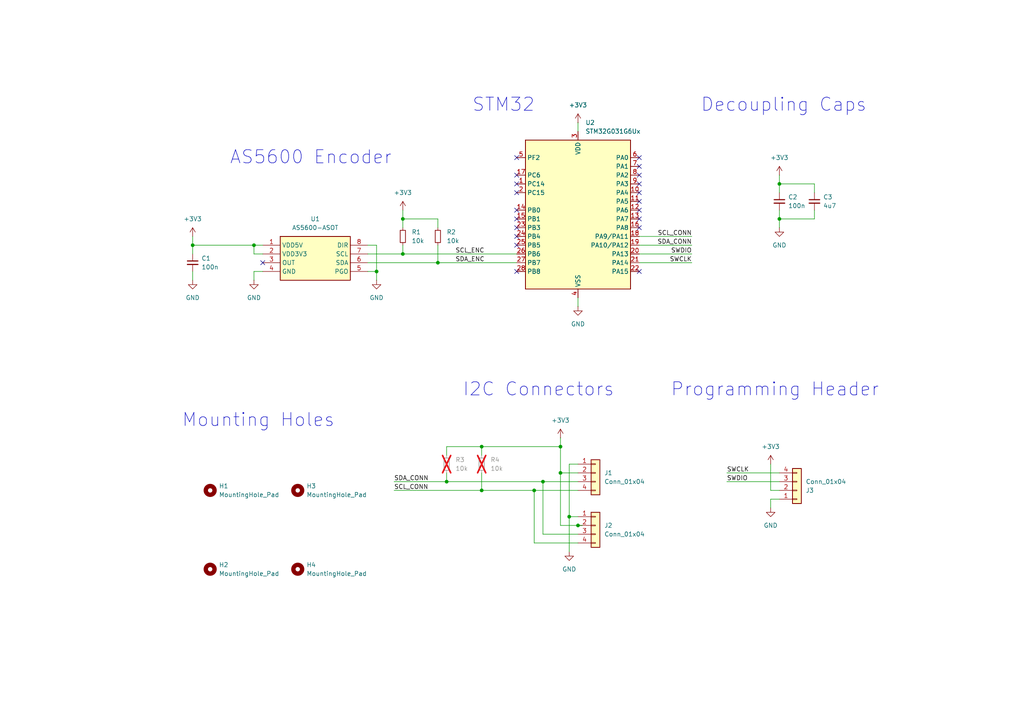
<source format=kicad_sch>
(kicad_sch (version 20250114) (generator "eeschema") (generator_version "9.0")
  (paper "A4")
  (lib_symbols
    (symbol "AS5600-ASOT:AS5600-ASOT"
      (property "Reference" "IC" (at 26.67 7.62 0))
      (property "Value" "AS5600-ASOT" (at 26.67 5.08 0))
      (symbol "AS5600-ASOT_1_1"
        (rectangle (start 5.08 2.54) (end 25.4 -10.16) (stroke (width 0.254)) (fill (type background)))
        (pin passive line (at 0 0 0) (length 5.08) (name "VDD5V") (number "1"))
        (pin passive line (at 0 -2.54 0) (length 5.08) (name "VDD3V3") (number "2"))
        (pin passive line (at 0 -5.08 0) (length 5.08) (name "OUT") (number "3"))
        (pin passive line (at 0 -7.62 0) (length 5.08) (name "GND") (number "4"))
        (pin passive line (at 30.48 0 180) (length 5.08) (name "DIR") (number "8"))
        (pin passive line (at 30.48 -2.54 180) (length 5.08) (name "SCL") (number "7"))
        (pin passive line (at 30.48 -5.08 180) (length 5.08) (name "SDA") (number "6"))
        (pin passive line (at 30.48 -7.62 180) (length 5.08) (name "PGO") (number "5"))
      )
    )
    (symbol "Connector_Generic:Conn_01x04" (pin_names (offset 1.016) (hide yes))
      (property "Reference" "J" (at 0 5.08 0))
      (property "Value" "Conn_01x04" (at 0 -7.62 0))
      (symbol "Conn_01x04_1_1"
        (rectangle (start -1.27 3.81) (end 1.27 -6.35) (stroke (width 0.254)) (fill (type background)))
        (rectangle (start -1.27 2.667) (end 0 2.413) (stroke (width 0.1524)))
        (rectangle (start -1.27 0.127) (end 0 -0.127) (stroke (width 0.1524)))
        (rectangle (start -1.27 -2.413) (end 0 -2.667) (stroke (width 0.1524)))
        (rectangle (start -1.27 -4.953) (end 0 -5.207) (stroke (width 0.1524)))
        (pin passive line (at -5.08 2.54 0) (length 3.81) (name "Pin_1") (number "1"))
        (pin passive line (at -5.08 0 0) (length 3.81) (name "Pin_2") (number "2"))
        (pin passive line (at -5.08 -2.54 0) (length 3.81) (name "Pin_3") (number "3"))
        (pin passive line (at -5.08 -5.08 0) (length 3.81) (name "Pin_4") (number "4"))
      )
    )
    (symbol "Device:C_Small" (pin_numbers (hide yes)) (pin_names (offset 0.254) (hide yes))
      (property "Reference" "C" (at 0.254 1.778 0))
      (property "Value" "C_Small" (at 0.254 -2.032 0))
      (symbol "C_Small_0_1"
        (polyline (pts (xy -1.524 0.508) (xy 1.524 0.508)) (stroke (width 0.3048)))
        (polyline (pts (xy -1.524 -0.508) (xy 1.524 -0.508)) (stroke (width 0.3302)))
      )
      (symbol "C_Small_1_1"
        (pin passive line (at 0 2.54 270) (length 2.032) (name "~") (number "1"))
        (pin passive line (at 0 -2.54 90) (length 2.032) (name "~") (number "2"))
      )
    )
    (symbol "Device:R_Small" (pin_numbers (hide yes)) (pin_names (offset 0.254) (hide yes))
      (property "Reference" "R" (at 0.762 0.508 0))
      (property "Value" "R_Small" (at 0.762 -1.016 0))
      (symbol "R_Small_0_1"
        (rectangle (start -0.762 1.778) (end 0.762 -1.778) (stroke (width 0.2032)))
      )
      (symbol "R_Small_1_1"
        (pin passive line (at 0 2.54 270) (length 0.762) (name "~") (number "1"))
        (pin passive line (at 0 -2.54 90) (length 0.762) (name "~") (number "2"))
      )
    )
    (symbol "MCU_ST_STM32G0:STM32G031G6Ux"
      (property "Reference" "U" (at -15.24 24.13 0))
      (property "Value" "STM32G031G6Ux" (at 2.54 24.13 0))
      (symbol "STM32G031G6Ux_0_1"
        (rectangle (start -15.24 -20.32) (end 15.24 22.86) (stroke (width 0.254)) (fill (type background)))
      )
      (symbol "STM32G031G6Ux_1_1"
        (pin bidirectional line (at -17.78 17.78 0) (length 2.54) (name "PF2") (number "5"))
        (pin bidirectional line (at -17.78 12.7 0) (length 2.54) (name "PC6") (number "17"))
        (pin bidirectional line (at -17.78 10.16 0) (length 2.54) (name "PC14") (number "1"))
        (pin bidirectional line (at -17.78 7.62 0) (length 2.54) (name "PC15") (number "2"))
        (pin bidirectional line (at -17.78 2.54 0) (length 2.54) (name "PB0") (number "14"))
        (pin bidirectional line (at -17.78 0 0) (length 2.54) (name "PB1") (number "15"))
        (pin bidirectional line (at -17.78 -2.54 0) (length 2.54) (name "PB3") (number "23"))
        (pin bidirectional line (at -17.78 -5.08 0) (length 2.54) (name "PB4") (number "24"))
        (pin bidirectional line (at -17.78 -7.62 0) (length 2.54) (name "PB5") (number "25"))
        (pin bidirectional line (at -17.78 -10.16 0) (length 2.54) (name "PB6") (number "26"))
        (pin bidirectional line (at -17.78 -12.7 0) (length 2.54) (name "PB7") (number "27"))
        (pin bidirectional line (at -17.78 -15.24 0) (length 2.54) (name "PB8") (number "28"))
        (pin power_in line (at 0 25.4 270) (length 2.54) (name "VDD") (number "3"))
        (pin power_in line (at 0 -22.86 90) (length 2.54) (name "VSS") (number "4"))
        (pin bidirectional line (at 17.78 17.78 180) (length 2.54) (name "PA0") (number "6"))
        (pin bidirectional line (at 17.78 15.24 180) (length 2.54) (name "PA1") (number "7"))
        (pin bidirectional line (at 17.78 12.7 180) (length 2.54) (name "PA2") (number "8"))
        (pin bidirectional line (at 17.78 10.16 180) (length 2.54) (name "PA3") (number "9"))
        (pin bidirectional line (at 17.78 7.62 180) (length 2.54) (name "PA4") (number "10"))
        (pin bidirectional line (at 17.78 5.08 180) (length 2.54) (name "PA5") (number "11"))
        (pin bidirectional line (at 17.78 2.54 180) (length 2.54) (name "PA6") (number "12"))
        (pin bidirectional line (at 17.78 0 180) (length 2.54) (name "PA7") (number "13"))
        (pin bidirectional line (at 17.78 -2.54 180) (length 2.54) (name "PA8") (number "16"))
        (pin bidirectional line (at 17.78 -5.08 180) (length 2.54) (name "PA9/PA11") (number "18"))
        (pin bidirectional line (at 17.78 -7.62 180) (length 2.54) (name "PA10/PA12") (number "19"))
        (pin bidirectional line (at 17.78 -10.16 180) (length 2.54) (name "PA13") (number "20"))
        (pin bidirectional line (at 17.78 -12.7 180) (length 2.54) (name "PA14") (number "21"))
        (pin bidirectional line (at 17.78 -15.24 180) (length 2.54) (name "PA15") (number "22"))
      )
    )
    (symbol "Mechanical:MountingHole" (pin_names (offset 1.016)) (exclude_from_sim yes) (in_bom no)
      (property "Reference" "H" (at 0 5.08 0))
      (property "Value" "MountingHole" (at 0 3.175 0))
      (symbol "MountingHole_0_1"
        (circle (center 0 0) (radius 1.27) (stroke (width 1.27)))
      )
    )
    (symbol "power:+3V3" (power) (pin_numbers (hide yes)) (pin_names (offset 0) (hide yes))
      (property "Value" "+3V3" (at 0 3.556 0))
      (symbol "+3V3_0_1"
        (polyline (pts (xy -0.762 1.27) (xy 0 2.54)))
        (polyline (pts (xy 0 2.54) (xy 0.762 1.27)))
        (polyline (pts (xy 0 0) (xy 0 2.54)))
      )
      (symbol "+3V3_1_1"
        (pin power_in line (at 0 0 90) (length 0) (name "~") (number "1"))
      )
    )
    (symbol "power:GND" (power) (pin_numbers (hide yes)) (pin_names (offset 0) (hide yes))
      (property "Value" "GND" (at 0 -3.81 0))
      (symbol "GND_0_1"
        (polyline (pts (xy 0 0) (xy 0 -1.27) (xy 1.27 -1.27) (xy 0 -2.54) (xy -1.27 -1.27) (xy 0 -1.27)))
      )
      (symbol "GND_1_1"
        (pin power_in line (at 0 0 270) (length 0) (name "~") (number "1"))
      )
    )
  )
  (text "Mounting Holes" (at 74.93 121.92 0) (effects (font (size 3.81 3.81))))
  (text "I2C Connectors" (at 156.21 113.03 0) (effects (font (size 3.81 3.81))))
  (text "STM32" (at 146.05 30.48 0) (effects (font (size 3.81 3.81))))
  (text "Programming Header" (at 224.79 113.03 0) (effects (font (size 3.81 3.81))))
  (text "Decoupling Caps" (at 227.33 30.48 0) (effects (font (size 3.81 3.81))))
  (text "AS5600 Encoder" (at 90.17 45.72 0) (effects (font (size 3.81 3.81))))
  (junction (at 116.84 73.66))
  (junction (at 139.7 142.24))
  (junction (at 116.84 63.5))
  (junction (at 127 76.2))
  (junction (at 167.64 152.4))
  (junction (at 73.66 71.12))
  (junction (at 162.56 137.16))
  (junction (at 139.7 129.54))
  (junction (at 55.88 71.12))
  (junction (at 157.48 139.7))
  (junction (at 226.06 63.5))
  (junction (at 109.22 78.74))
  (junction (at 129.54 139.7))
  (junction (at 162.56 129.54))
  (junction (at 154.94 142.24))
  (junction (at 165.1 149.86))
  (junction (at 226.06 53.34))
  (no_connect (at 149.86 45.72))
  (no_connect (at 149.86 66.04))
  (no_connect (at 185.42 78.74))
  (no_connect (at 185.42 60.96))
  (no_connect (at 185.42 48.26))
  (no_connect (at 149.86 78.74))
  (no_connect (at 149.86 71.12))
  (no_connect (at 149.86 53.34))
  (no_connect (at 185.42 55.88))
  (no_connect (at 149.86 55.88))
  (no_connect (at 185.42 45.72))
  (no_connect (at 185.42 66.04))
  (no_connect (at 185.42 63.5))
  (no_connect (at 149.86 68.58))
  (no_connect (at 76.2 76.2))
  (no_connect (at 185.42 58.42))
  (no_connect (at 185.42 50.8))
  (no_connect (at 149.86 50.8))
  (no_connect (at 149.86 63.5))
  (no_connect (at 185.42 53.34))
  (no_connect (at 149.86 60.96))
  (wire (pts (xy 139.7 129.54) (xy 129.54 129.54)))
  (wire (pts (xy 106.68 76.2) (xy 127 76.2)))
  (wire (pts (xy 236.22 53.34) (xy 226.06 53.34)))
  (wire (pts (xy 162.56 152.4) (xy 167.64 152.4)))
  (wire (pts (xy 129.54 139.7) (xy 157.48 139.7)))
  (wire (pts (xy 55.88 68.58) (xy 55.88 71.12)))
  (wire (pts (xy 127 76.2) (xy 149.86 76.2)))
  (wire (pts (xy 116.84 73.66) (xy 116.84 71.12)))
  (wire (pts (xy 167.64 154.94) (xy 157.48 154.94)))
  (wire (pts (xy 129.54 129.54) (xy 129.54 132.08)))
  (wire (pts (xy 165.1 134.62) (xy 167.64 134.62)))
  (wire (pts (xy 106.68 71.12) (xy 109.22 71.12)))
  (wire (pts (xy 165.1 149.86) (xy 167.64 149.86)))
  (wire (pts (xy 162.56 137.16) (xy 167.64 137.16)))
  (wire (pts (xy 165.1 160.02) (xy 165.1 149.86)))
  (wire (pts (xy 116.84 60.96) (xy 116.84 63.5)))
  (wire (pts (xy 55.88 71.12) (xy 73.66 71.12)))
  (wire (pts (xy 165.1 149.86) (xy 165.1 134.62)))
  (wire (pts (xy 127 71.12) (xy 127 76.2)))
  (wire (pts (xy 167.64 35.56) (xy 167.64 38.1)))
  (wire (pts (xy 106.68 73.66) (xy 116.84 73.66)))
  (wire (pts (xy 55.88 78.74) (xy 55.88 81.28)))
  (wire (pts (xy 76.2 78.74) (xy 73.66 78.74)))
  (wire (pts (xy 167.64 157.48) (xy 154.94 157.48)))
  (wire (pts (xy 236.22 55.88) (xy 236.22 53.34)))
  (wire (pts (xy 109.22 78.74) (xy 109.22 81.28)))
  (wire (pts (xy 226.06 66.04) (xy 226.06 63.5)))
  (wire (pts (xy 223.52 144.78) (xy 226.06 144.78)))
  (wire (pts (xy 236.22 63.5) (xy 226.06 63.5)))
  (wire (pts (xy 162.56 127) (xy 162.56 129.54)))
  (wire (pts (xy 185.42 73.66) (xy 200.66 73.66)))
  (wire (pts (xy 73.66 73.66) (xy 76.2 73.66)))
  (wire (pts (xy 55.88 73.66) (xy 55.88 71.12)))
  (wire (pts (xy 226.06 60.96) (xy 226.06 63.5)))
  (wire (pts (xy 226.06 137.16) (xy 210.82 137.16)))
  (wire (pts (xy 109.22 71.12) (xy 109.22 78.74)))
  (wire (pts (xy 167.64 152.4) (xy 168.91 152.4)))
  (wire (pts (xy 185.42 71.12) (xy 200.66 71.12)))
  (wire (pts (xy 139.7 132.08) (xy 139.7 129.54)))
  (wire (pts (xy 157.48 139.7) (xy 167.64 139.7)))
  (wire (pts (xy 76.2 71.12) (xy 73.66 71.12)))
  (wire (pts (xy 129.54 139.7) (xy 129.54 137.16)))
  (wire (pts (xy 73.66 71.12) (xy 73.66 73.66)))
  (wire (pts (xy 223.52 142.24) (xy 226.06 142.24)))
  (wire (pts (xy 162.56 129.54) (xy 162.56 137.16)))
  (wire (pts (xy 226.06 50.8) (xy 226.06 53.34)))
  (wire (pts (xy 116.84 73.66) (xy 149.86 73.66)))
  (wire (pts (xy 154.94 142.24) (xy 167.64 142.24)))
  (wire (pts (xy 106.68 78.74) (xy 109.22 78.74)))
  (wire (pts (xy 162.56 137.16) (xy 162.56 152.4)))
  (wire (pts (xy 114.3 139.7) (xy 129.54 139.7)))
  (wire (pts (xy 167.64 88.9) (xy 167.64 86.36)))
  (wire (pts (xy 223.52 147.32) (xy 223.52 144.78)))
  (wire (pts (xy 157.48 154.94) (xy 157.48 139.7)))
  (wire (pts (xy 116.84 63.5) (xy 127 63.5)))
  (wire (pts (xy 127 66.04) (xy 127 63.5)))
  (wire (pts (xy 139.7 137.16) (xy 139.7 142.24)))
  (wire (pts (xy 116.84 63.5) (xy 116.84 66.04)))
  (wire (pts (xy 223.52 134.62) (xy 223.52 142.24)))
  (wire (pts (xy 185.42 76.2) (xy 200.66 76.2)))
  (wire (pts (xy 139.7 142.24) (xy 154.94 142.24)))
  (wire (pts (xy 73.66 78.74) (xy 73.66 81.28)))
  (wire (pts (xy 114.3 142.24) (xy 139.7 142.24)))
  (wire (pts (xy 226.06 55.88) (xy 226.06 53.34)))
  (wire (pts (xy 162.56 129.54) (xy 139.7 129.54)))
  (wire (pts (xy 236.22 60.96) (xy 236.22 63.5)))
  (wire (pts (xy 226.06 139.7) (xy 210.82 139.7)))
  (wire (pts (xy 185.42 68.58) (xy 200.66 68.58)))
  (wire (pts (xy 154.94 157.48) (xy 154.94 142.24)))
  (label "SDA_ENC" (at 132.08 76.2 0))
  (label "SWDIO" (at 210.82 139.7 0))
  (label "SCL_ENC" (at 132.08 73.66 0))
  (label "SWDIO" (at 200.66 73.66 180))
  (label "SDA_CONN" (at 114.3 139.7 0))
  (label "SWCLK" (at 210.82 137.16 0))
  (label "SCL_CONN" (at 200.66 68.58 180))
  (label "SCL_CONN" (at 114.3 142.24 0))
  (label "SWCLK" (at 200.66 76.2 180))
  (label "SDA_CONN" (at 200.66 71.12 180))
  (symbol (lib_id "power:+3V3") (at 162.56 127 0) (unit 1)
    (property "Reference" "#PWR08" (effects (hide yes)))
    (property "Value" "+3V3" (at 162.56 121.92 0))
    (property "Description" "Power symbol creates a global label with name \"+3V3\"" (effects (hide yes)))
  )
  (symbol (lib_id "Device:C_Small") (at 226.06 58.42 0) (unit 1)
    (property "Reference" "C2" (at 228.6 57.1562 0) (effects (justify left)))
    (property "Value" "100n" (at 228.6 59.6962 0) (effects (justify left)))
    (property "Footprint" "Capacitor_SMD:C_0603_1608Metric" (effects (hide yes)))
    (property "Description" "Unpolarized capacitor, small symbol" (effects (hide yes)))
  )
  (symbol (lib_id "power:GND") (at 73.66 81.28 0) (unit 1)
    (property "Reference" "#PWR03" (effects (hide yes)))
    (property "Value" "GND" (at 73.66 86.36 0))
    (property "Description" "Power symbol creates a global label with name \"GND\" , ground" (effects (hide yes)))
  )
  (symbol (lib_id "Device:C_Small") (at 55.88 76.2 0) (unit 1)
    (property "Reference" "C1" (at 58.42 74.9362 0) (effects (justify left)))
    (property "Value" "100n" (at 58.42 77.4762 0) (effects (justify left)))
    (property "Footprint" "Capacitor_SMD:C_0603_1608Metric" (effects (hide yes)))
    (property "Description" "Unpolarized capacitor, small symbol" (effects (hide yes)))
  )
  (symbol (lib_id "power:+3V3") (at 55.88 68.58 0) (unit 1)
    (property "Reference" "#PWR01" (effects (hide yes)))
    (property "Value" "+3V3" (at 55.88 63.5 0))
    (property "Description" "Power symbol creates a global label with name \"+3V3\"" (effects (hide yes)))
  )
  (symbol (lib_id "Device:R_Small") (at 129.54 134.62 0) (unit 1) (dnp yes)
    (property "Reference" "R3" (at 132.08 133.3499 0) (effects (justify left)))
    (property "Value" "10k" (at 132.08 135.8899 0) (effects (justify left)))
    (property "Footprint" "Resistor_SMD:R_0603_1608Metric" (effects (hide yes)))
    (property "Description" "Resistor, small symbol" (effects (hide yes)))
  )
  (symbol (lib_id "power:GND") (at 55.88 81.28 0) (unit 1)
    (property "Reference" "#PWR02" (effects (hide yes)))
    (property "Value" "GND" (at 55.88 86.36 0))
    (property "Description" "Power symbol creates a global label with name \"GND\" , ground" (effects (hide yes)))
  )
  (symbol (lib_id "Connector_Generic:Conn_01x04") (at 172.72 137.16 0) (unit 1)
    (property "Reference" "J1" (at 175.26 137.1599 0) (effects (justify left)))
    (property "Value" "Conn_01x04" (at 175.26 139.6999 0) (effects (justify left)))
    (property "Footprint" "Connector_JST:JST_XH_B4B-XH-A_1x04_P2.50mm_Vertical" (effects (hide yes)))
    (property "Description" "Generic connector, single row, 01x04, script generated (kicad-library-utils/schlib/autogen/connector/)" (effects (hide yes)))
  )
  (symbol (lib_id "Device:R_Small") (at 116.84 68.58 0) (unit 1)
    (property "Reference" "R1" (at 119.38 67.3099 0) (effects (justify left)))
    (property "Value" "10k" (at 119.38 69.8499 0) (effects (justify left)))
    (property "Footprint" "Resistor_SMD:R_0603_1608Metric" (effects (hide yes)))
    (property "Description" "Resistor, small symbol" (effects (hide yes)))
  )
  (symbol (lib_id "AS5600-ASOT:AS5600-ASOT") (at 76.2 71.12 0) (unit 1)
    (property "Reference" "U1" (at 91.44 63.5 0))
    (property "Value" "AS5600-ASOT" (at 91.44 66.04 0))
    (property "Footprint" "iprl_footprints:SOIC127P600X175-8N" (effects (hide yes)))
    (property "Datasheet" "https://datasheet.datasheetarchive.com/originals/distributors/DKDS-11/214624.pdf" (effects (hide yes)))
    (property "Description" "Board Mount Hall Effect / Magnetic Sensors AS5600 Magnetic Sensor 12-Bit" (effects (hide yes)))
    (property "Height" "1.75" (effects (hide yes)))
    (property "Mouser Part Number" "985-AS5600-ASOT" (effects (hide yes)))
    (property "Mouser Price/Stock" "https://www.mouser.co.uk/ProductDetail/ams-OSRAM/AS5600-ASOT?qs=KTMMzrZdriGJpjhsnAEYBA%3D%3D" (effects (hide yes)))
    (property "Manufacturer_Name" "ams OSRAM" (effects (hide yes)))
    (property "Manufacturer_Part_Number" "AS5600-ASOT" (effects (hide yes)))
  )
  (symbol (lib_id "power:+3V3") (at 167.64 35.56 0) (unit 1)
    (property "Reference" "#PWR06" (effects (hide yes)))
    (property "Value" "+3V3" (at 167.64 30.48 0))
    (property "Description" "Power symbol creates a global label with name \"+3V3\"" (effects (hide yes)))
  )
  (symbol (lib_id "power:GND") (at 167.64 88.9 0) (unit 1)
    (property "Reference" "#PWR07" (effects (hide yes)))
    (property "Value" "GND" (at 167.64 93.98 0))
    (property "Description" "Power symbol creates a global label with name \"GND\" , ground" (effects (hide yes)))
  )
  (symbol (lib_id "power:GND") (at 226.06 66.04 0) (unit 1)
    (property "Reference" "#PWR011" (effects (hide yes)))
    (property "Value" "GND" (at 226.06 71.12 0))
    (property "Description" "Power symbol creates a global label with name \"GND\" , ground" (effects (hide yes)))
  )
  (symbol (lib_id "power:GND") (at 109.22 81.28 0) (unit 1)
    (property "Reference" "#PWR04" (effects (hide yes)))
    (property "Value" "GND" (at 109.22 86.36 0))
    (property "Description" "Power symbol creates a global label with name \"GND\" , ground" (effects (hide yes)))
  )
  (symbol (lib_id "power:GND") (at 223.52 147.32 0) (unit 1)
    (property "Reference" "#PWR012" (effects (hide yes)))
    (property "Value" "GND" (at 223.52 152.4 0))
    (property "Description" "Power symbol creates a global label with name \"GND\" , ground" (effects (hide yes)))
  )
  (symbol (lib_id "power:+3V3") (at 116.84 60.96 0) (unit 1)
    (property "Reference" "#PWR05" (effects (hide yes)))
    (property "Value" "+3V3" (at 116.84 55.88 0))
    (property "Description" "Power symbol creates a global label with name \"+3V3\"" (effects (hide yes)))
  )
  (symbol (lib_id "Device:R_Small") (at 127 68.58 0) (unit 1)
    (property "Reference" "R2" (at 129.54 67.3099 0) (effects (justify left)))
    (property "Value" "10k" (at 129.54 69.8499 0) (effects (justify left)))
    (property "Footprint" "Resistor_SMD:R_0603_1608Metric" (effects (hide yes)))
    (property "Description" "Resistor, small symbol" (effects (hide yes)))
  )
  (symbol (lib_id "Device:R_Small") (at 139.7 134.62 0) (unit 1) (dnp yes)
    (property "Reference" "R4" (at 142.24 133.3499 0) (effects (justify left)))
    (property "Value" "10k" (at 142.24 135.8899 0) (effects (justify left)))
    (property "Footprint" "Resistor_SMD:R_0603_1608Metric" (effects (hide yes)))
    (property "Description" "Resistor, small symbol" (effects (hide yes)))
  )
  (symbol (lib_id "Mechanical:MountingHole") (at 60.96 142.24 0) (unit 1) (exclude_from_sim yes) (in_bom no)
    (property "Reference" "H1" (at 63.5 140.9699 0) (effects (justify left)))
    (property "Value" "MountingHole_Pad" (at 63.5 143.5099 0) (effects (justify left)))
    (property "Footprint" "MountingHole:MountingHole_3.2mm_M3" (effects (hide yes)))
    (property "Description" "Mounting Hole without connection" (effects (hide yes)))
  )
  (symbol (lib_id "Device:C_Small") (at 236.22 58.42 0) (unit 1)
    (property "Reference" "C3" (at 238.76 57.1562 0) (effects (justify left)))
    (property "Value" "4u7" (at 238.76 59.6962 0) (effects (justify left)))
    (property "Footprint" "Capacitor_SMD:C_0603_1608Metric" (effects (hide yes)))
    (property "Description" "Unpolarized capacitor, small symbol" (effects (hide yes)))
  )
  (symbol (lib_id "MCU_ST_STM32G0:STM32G031G6Ux") (at 167.64 63.5 0) (unit 1)
    (property "Reference" "U2" (at 169.7833 35.56 0) (effects (justify left)))
    (property "Value" "STM32G031G6Ux" (at 169.7833 38.1 0) (effects (justify left)))
    (property "Footprint" "Package_DFN_QFN:QFN-28_4x4mm_P0.5mm" (effects (hide yes)))
    (property "Datasheet" "https://www.st.com/resource/en/datasheet/stm32g031g6.pdf" (effects (hide yes)))
    (property "Description" "STMicroelectronics Arm Cortex-M0+ MCU, 32KB flash, 8KB RAM, 64 MHz, 1.7-3.6V, 26 GPIO, UFQFPN28" (effects (hide yes)))
  )
  (symbol (lib_id "Mechanical:MountingHole") (at 86.36 142.24 0) (unit 1) (exclude_from_sim yes) (in_bom no)
    (property "Reference" "H3" (at 88.9 140.9699 0) (effects (justify left)))
    (property "Value" "MountingHole_Pad" (at 88.9 143.5099 0) (effects (justify left)))
    (property "Footprint" "MountingHole:MountingHole_3.2mm_M3" (effects (hide yes)))
    (property "Description" "Mounting Hole without connection" (effects (hide yes)))
  )
  (symbol (lib_id "Mechanical:MountingHole") (at 86.36 165.1 0) (unit 1) (exclude_from_sim yes) (in_bom no)
    (property "Reference" "H4" (at 88.9 163.8299 0) (effects (justify left)))
    (property "Value" "MountingHole_Pad" (at 88.9 166.3699 0) (effects (justify left)))
    (property "Footprint" "MountingHole:MountingHole_3.2mm_M3" (effects (hide yes)))
    (property "Description" "Mounting Hole without connection" (effects (hide yes)))
  )
  (symbol (lib_id "Connector_Generic:Conn_01x04") (at 231.14 142.24 0) (mirror x) (unit 1)
    (property "Reference" "J3" (at 233.68 142.2401 0) (effects (justify left)))
    (property "Value" "Conn_01x04" (at 233.68 139.7001 0) (effects (justify left)))
    (property "Footprint" "Connector_JST:JST_GH_SM04B-GHS-TB_1x04-1MP_P1.25mm_Horizontal" (effects (hide yes)))
    (property "Description" "Generic connector, single row, 01x04, script generated (kicad-library-utils/schlib/autogen/connector/)" (effects (hide yes)))
  )
  (symbol (lib_id "power:+3V3") (at 226.06 50.8 0) (unit 1)
    (property "Reference" "#PWR010" (effects (hide yes)))
    (property "Value" "+3V3" (at 226.06 45.72 0))
    (property "Description" "Power symbol creates a global label with name \"+3V3\"" (effects (hide yes)))
  )
  (symbol (lib_id "power:+3V3") (at 223.52 134.62 0) (unit 1)
    (property "Reference" "#PWR013" (effects (hide yes)))
    (property "Value" "+3V3" (at 223.52 129.54 0))
    (property "Description" "Power symbol creates a global label with name \"+3V3\"" (effects (hide yes)))
  )
  (symbol (lib_id "Mechanical:MountingHole") (at 60.96 165.1 0) (unit 1) (exclude_from_sim yes) (in_bom no)
    (property "Reference" "H2" (at 63.5 163.8299 0) (effects (justify left)))
    (property "Value" "MountingHole_Pad" (at 63.5 166.3699 0) (effects (justify left)))
    (property "Footprint" "MountingHole:MountingHole_3.2mm_M3" (effects (hide yes)))
    (property "Description" "Mounting Hole without connection" (effects (hide yes)))
  )
  (symbol (lib_id "power:GND") (at 165.1 160.02 0) (unit 1)
    (property "Reference" "#PWR09" (effects (hide yes)))
    (property "Value" "GND" (at 165.1 165.1 0))
    (property "Description" "Power symbol creates a global label with name \"GND\" , ground" (effects (hide yes)))
  )
  (symbol (lib_id "Connector_Generic:Conn_01x04") (at 172.72 152.4 0) (unit 1)
    (property "Reference" "J2" (at 175.26 152.3999 0) (effects (justify left)))
    (property "Value" "Conn_01x04" (at 175.26 154.9399 0) (effects (justify left)))
    (property "Footprint" "Connector_JST:JST_XH_B4B-XH-A_1x04_P2.50mm_Vertical" (effects (hide yes)))
    (property "Description" "Generic connector, single row, 01x04, script generated (kicad-library-utils/schlib/autogen/connector/)" (effects (hide yes)))
  )
)
</source>
